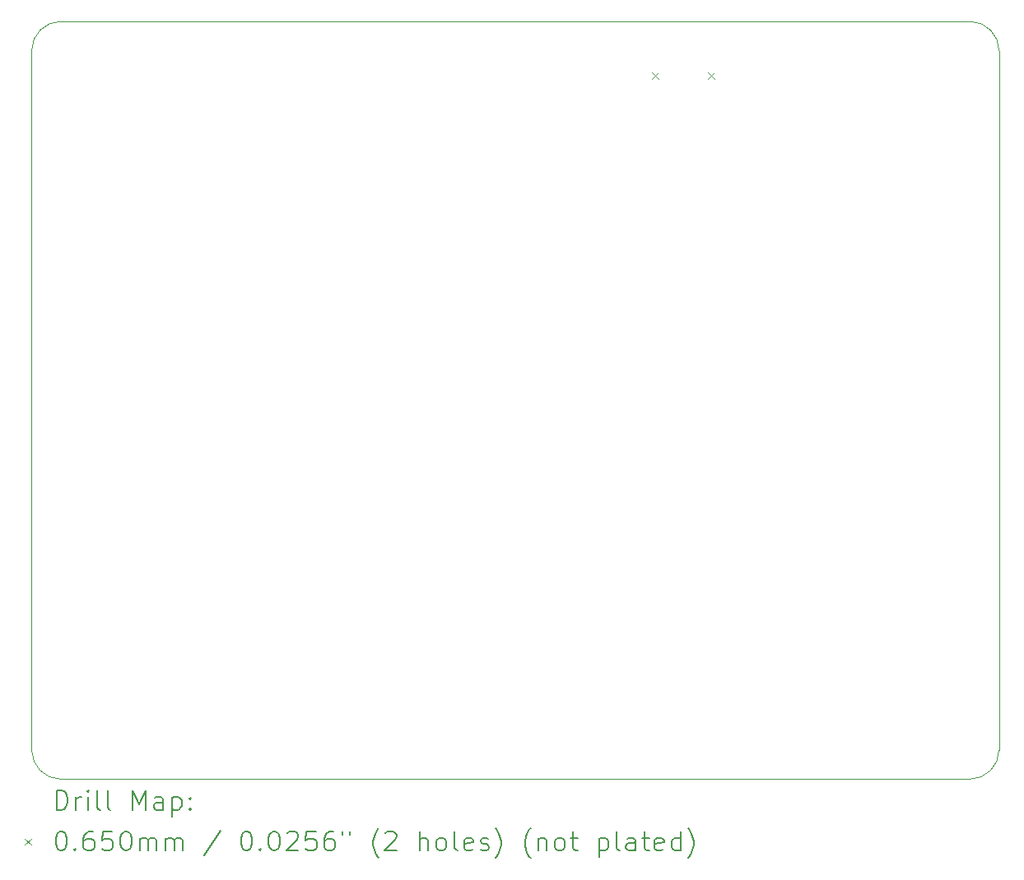
<source format=gbr>
%TF.GenerationSoftware,KiCad,Pcbnew,8.0.4-8.0.4-0~ubuntu22.04.1*%
%TF.CreationDate,2024-09-05T16:25:04-04:00*%
%TF.ProjectId,tinytapeout-demo,74696e79-7461-4706-956f-75742d64656d,2.0.1*%
%TF.SameCoordinates,PX38be5e0PY7d687e0*%
%TF.FileFunction,Drillmap*%
%TF.FilePolarity,Positive*%
%FSLAX45Y45*%
G04 Gerber Fmt 4.5, Leading zero omitted, Abs format (unit mm)*
G04 Created by KiCad (PCBNEW 8.0.4-8.0.4-0~ubuntu22.04.1) date 2024-09-05 16:25:04*
%MOMM*%
%LPD*%
G01*
G04 APERTURE LIST*
%ADD10C,0.100000*%
%ADD11C,0.200000*%
G04 APERTURE END LIST*
D10*
X15600000Y-5350000D02*
G75*
G02*
X15900000Y-5650000I0J-300000D01*
G01*
X6250000Y-5350000D02*
X15600000Y-5350000D01*
X15600000Y-13150000D02*
X6250000Y-13150000D01*
X15900000Y-5650000D02*
X15900000Y-12850000D01*
X6250000Y-13150000D02*
G75*
G02*
X5950000Y-12850000I0J300000D01*
G01*
X5950000Y-5650000D02*
G75*
G02*
X6250000Y-5350000I300000J0D01*
G01*
X5950000Y-12850000D02*
X5950000Y-5650000D01*
X15900000Y-12850000D02*
G75*
G02*
X15600000Y-13150000I-300000J0D01*
G01*
D11*
D10*
X12328500Y-5877500D02*
X12393500Y-5942500D01*
X12393500Y-5877500D02*
X12328500Y-5942500D01*
X12906500Y-5877500D02*
X12971500Y-5942500D01*
X12971500Y-5877500D02*
X12906500Y-5942500D01*
D11*
X6205777Y-13466484D02*
X6205777Y-13266484D01*
X6205777Y-13266484D02*
X6253396Y-13266484D01*
X6253396Y-13266484D02*
X6281967Y-13276008D01*
X6281967Y-13276008D02*
X6301015Y-13295055D01*
X6301015Y-13295055D02*
X6310539Y-13314103D01*
X6310539Y-13314103D02*
X6320062Y-13352198D01*
X6320062Y-13352198D02*
X6320062Y-13380769D01*
X6320062Y-13380769D02*
X6310539Y-13418865D01*
X6310539Y-13418865D02*
X6301015Y-13437912D01*
X6301015Y-13437912D02*
X6281967Y-13456960D01*
X6281967Y-13456960D02*
X6253396Y-13466484D01*
X6253396Y-13466484D02*
X6205777Y-13466484D01*
X6405777Y-13466484D02*
X6405777Y-13333150D01*
X6405777Y-13371246D02*
X6415301Y-13352198D01*
X6415301Y-13352198D02*
X6424824Y-13342674D01*
X6424824Y-13342674D02*
X6443872Y-13333150D01*
X6443872Y-13333150D02*
X6462920Y-13333150D01*
X6529586Y-13466484D02*
X6529586Y-13333150D01*
X6529586Y-13266484D02*
X6520062Y-13276008D01*
X6520062Y-13276008D02*
X6529586Y-13285531D01*
X6529586Y-13285531D02*
X6539110Y-13276008D01*
X6539110Y-13276008D02*
X6529586Y-13266484D01*
X6529586Y-13266484D02*
X6529586Y-13285531D01*
X6653396Y-13466484D02*
X6634348Y-13456960D01*
X6634348Y-13456960D02*
X6624824Y-13437912D01*
X6624824Y-13437912D02*
X6624824Y-13266484D01*
X6758158Y-13466484D02*
X6739110Y-13456960D01*
X6739110Y-13456960D02*
X6729586Y-13437912D01*
X6729586Y-13437912D02*
X6729586Y-13266484D01*
X6986729Y-13466484D02*
X6986729Y-13266484D01*
X6986729Y-13266484D02*
X7053396Y-13409341D01*
X7053396Y-13409341D02*
X7120062Y-13266484D01*
X7120062Y-13266484D02*
X7120062Y-13466484D01*
X7301015Y-13466484D02*
X7301015Y-13361722D01*
X7301015Y-13361722D02*
X7291491Y-13342674D01*
X7291491Y-13342674D02*
X7272443Y-13333150D01*
X7272443Y-13333150D02*
X7234348Y-13333150D01*
X7234348Y-13333150D02*
X7215301Y-13342674D01*
X7301015Y-13456960D02*
X7281967Y-13466484D01*
X7281967Y-13466484D02*
X7234348Y-13466484D01*
X7234348Y-13466484D02*
X7215301Y-13456960D01*
X7215301Y-13456960D02*
X7205777Y-13437912D01*
X7205777Y-13437912D02*
X7205777Y-13418865D01*
X7205777Y-13418865D02*
X7215301Y-13399817D01*
X7215301Y-13399817D02*
X7234348Y-13390293D01*
X7234348Y-13390293D02*
X7281967Y-13390293D01*
X7281967Y-13390293D02*
X7301015Y-13380769D01*
X7396253Y-13333150D02*
X7396253Y-13533150D01*
X7396253Y-13342674D02*
X7415301Y-13333150D01*
X7415301Y-13333150D02*
X7453396Y-13333150D01*
X7453396Y-13333150D02*
X7472443Y-13342674D01*
X7472443Y-13342674D02*
X7481967Y-13352198D01*
X7481967Y-13352198D02*
X7491491Y-13371246D01*
X7491491Y-13371246D02*
X7491491Y-13428388D01*
X7491491Y-13428388D02*
X7481967Y-13447436D01*
X7481967Y-13447436D02*
X7472443Y-13456960D01*
X7472443Y-13456960D02*
X7453396Y-13466484D01*
X7453396Y-13466484D02*
X7415301Y-13466484D01*
X7415301Y-13466484D02*
X7396253Y-13456960D01*
X7577205Y-13447436D02*
X7586729Y-13456960D01*
X7586729Y-13456960D02*
X7577205Y-13466484D01*
X7577205Y-13466484D02*
X7567682Y-13456960D01*
X7567682Y-13456960D02*
X7577205Y-13447436D01*
X7577205Y-13447436D02*
X7577205Y-13466484D01*
X7577205Y-13342674D02*
X7586729Y-13352198D01*
X7586729Y-13352198D02*
X7577205Y-13361722D01*
X7577205Y-13361722D02*
X7567682Y-13352198D01*
X7567682Y-13352198D02*
X7577205Y-13342674D01*
X7577205Y-13342674D02*
X7577205Y-13361722D01*
D10*
X5880000Y-13762500D02*
X5945000Y-13827500D01*
X5945000Y-13762500D02*
X5880000Y-13827500D01*
D11*
X6243872Y-13686484D02*
X6262920Y-13686484D01*
X6262920Y-13686484D02*
X6281967Y-13696008D01*
X6281967Y-13696008D02*
X6291491Y-13705531D01*
X6291491Y-13705531D02*
X6301015Y-13724579D01*
X6301015Y-13724579D02*
X6310539Y-13762674D01*
X6310539Y-13762674D02*
X6310539Y-13810293D01*
X6310539Y-13810293D02*
X6301015Y-13848388D01*
X6301015Y-13848388D02*
X6291491Y-13867436D01*
X6291491Y-13867436D02*
X6281967Y-13876960D01*
X6281967Y-13876960D02*
X6262920Y-13886484D01*
X6262920Y-13886484D02*
X6243872Y-13886484D01*
X6243872Y-13886484D02*
X6224824Y-13876960D01*
X6224824Y-13876960D02*
X6215301Y-13867436D01*
X6215301Y-13867436D02*
X6205777Y-13848388D01*
X6205777Y-13848388D02*
X6196253Y-13810293D01*
X6196253Y-13810293D02*
X6196253Y-13762674D01*
X6196253Y-13762674D02*
X6205777Y-13724579D01*
X6205777Y-13724579D02*
X6215301Y-13705531D01*
X6215301Y-13705531D02*
X6224824Y-13696008D01*
X6224824Y-13696008D02*
X6243872Y-13686484D01*
X6396253Y-13867436D02*
X6405777Y-13876960D01*
X6405777Y-13876960D02*
X6396253Y-13886484D01*
X6396253Y-13886484D02*
X6386729Y-13876960D01*
X6386729Y-13876960D02*
X6396253Y-13867436D01*
X6396253Y-13867436D02*
X6396253Y-13886484D01*
X6577205Y-13686484D02*
X6539110Y-13686484D01*
X6539110Y-13686484D02*
X6520062Y-13696008D01*
X6520062Y-13696008D02*
X6510539Y-13705531D01*
X6510539Y-13705531D02*
X6491491Y-13734103D01*
X6491491Y-13734103D02*
X6481967Y-13772198D01*
X6481967Y-13772198D02*
X6481967Y-13848388D01*
X6481967Y-13848388D02*
X6491491Y-13867436D01*
X6491491Y-13867436D02*
X6501015Y-13876960D01*
X6501015Y-13876960D02*
X6520062Y-13886484D01*
X6520062Y-13886484D02*
X6558158Y-13886484D01*
X6558158Y-13886484D02*
X6577205Y-13876960D01*
X6577205Y-13876960D02*
X6586729Y-13867436D01*
X6586729Y-13867436D02*
X6596253Y-13848388D01*
X6596253Y-13848388D02*
X6596253Y-13800769D01*
X6596253Y-13800769D02*
X6586729Y-13781722D01*
X6586729Y-13781722D02*
X6577205Y-13772198D01*
X6577205Y-13772198D02*
X6558158Y-13762674D01*
X6558158Y-13762674D02*
X6520062Y-13762674D01*
X6520062Y-13762674D02*
X6501015Y-13772198D01*
X6501015Y-13772198D02*
X6491491Y-13781722D01*
X6491491Y-13781722D02*
X6481967Y-13800769D01*
X6777205Y-13686484D02*
X6681967Y-13686484D01*
X6681967Y-13686484D02*
X6672443Y-13781722D01*
X6672443Y-13781722D02*
X6681967Y-13772198D01*
X6681967Y-13772198D02*
X6701015Y-13762674D01*
X6701015Y-13762674D02*
X6748634Y-13762674D01*
X6748634Y-13762674D02*
X6767682Y-13772198D01*
X6767682Y-13772198D02*
X6777205Y-13781722D01*
X6777205Y-13781722D02*
X6786729Y-13800769D01*
X6786729Y-13800769D02*
X6786729Y-13848388D01*
X6786729Y-13848388D02*
X6777205Y-13867436D01*
X6777205Y-13867436D02*
X6767682Y-13876960D01*
X6767682Y-13876960D02*
X6748634Y-13886484D01*
X6748634Y-13886484D02*
X6701015Y-13886484D01*
X6701015Y-13886484D02*
X6681967Y-13876960D01*
X6681967Y-13876960D02*
X6672443Y-13867436D01*
X6910539Y-13686484D02*
X6929586Y-13686484D01*
X6929586Y-13686484D02*
X6948634Y-13696008D01*
X6948634Y-13696008D02*
X6958158Y-13705531D01*
X6958158Y-13705531D02*
X6967682Y-13724579D01*
X6967682Y-13724579D02*
X6977205Y-13762674D01*
X6977205Y-13762674D02*
X6977205Y-13810293D01*
X6977205Y-13810293D02*
X6967682Y-13848388D01*
X6967682Y-13848388D02*
X6958158Y-13867436D01*
X6958158Y-13867436D02*
X6948634Y-13876960D01*
X6948634Y-13876960D02*
X6929586Y-13886484D01*
X6929586Y-13886484D02*
X6910539Y-13886484D01*
X6910539Y-13886484D02*
X6891491Y-13876960D01*
X6891491Y-13876960D02*
X6881967Y-13867436D01*
X6881967Y-13867436D02*
X6872443Y-13848388D01*
X6872443Y-13848388D02*
X6862920Y-13810293D01*
X6862920Y-13810293D02*
X6862920Y-13762674D01*
X6862920Y-13762674D02*
X6872443Y-13724579D01*
X6872443Y-13724579D02*
X6881967Y-13705531D01*
X6881967Y-13705531D02*
X6891491Y-13696008D01*
X6891491Y-13696008D02*
X6910539Y-13686484D01*
X7062920Y-13886484D02*
X7062920Y-13753150D01*
X7062920Y-13772198D02*
X7072443Y-13762674D01*
X7072443Y-13762674D02*
X7091491Y-13753150D01*
X7091491Y-13753150D02*
X7120063Y-13753150D01*
X7120063Y-13753150D02*
X7139110Y-13762674D01*
X7139110Y-13762674D02*
X7148634Y-13781722D01*
X7148634Y-13781722D02*
X7148634Y-13886484D01*
X7148634Y-13781722D02*
X7158158Y-13762674D01*
X7158158Y-13762674D02*
X7177205Y-13753150D01*
X7177205Y-13753150D02*
X7205777Y-13753150D01*
X7205777Y-13753150D02*
X7224824Y-13762674D01*
X7224824Y-13762674D02*
X7234348Y-13781722D01*
X7234348Y-13781722D02*
X7234348Y-13886484D01*
X7329586Y-13886484D02*
X7329586Y-13753150D01*
X7329586Y-13772198D02*
X7339110Y-13762674D01*
X7339110Y-13762674D02*
X7358158Y-13753150D01*
X7358158Y-13753150D02*
X7386729Y-13753150D01*
X7386729Y-13753150D02*
X7405777Y-13762674D01*
X7405777Y-13762674D02*
X7415301Y-13781722D01*
X7415301Y-13781722D02*
X7415301Y-13886484D01*
X7415301Y-13781722D02*
X7424824Y-13762674D01*
X7424824Y-13762674D02*
X7443872Y-13753150D01*
X7443872Y-13753150D02*
X7472443Y-13753150D01*
X7472443Y-13753150D02*
X7491491Y-13762674D01*
X7491491Y-13762674D02*
X7501015Y-13781722D01*
X7501015Y-13781722D02*
X7501015Y-13886484D01*
X7891491Y-13676960D02*
X7720063Y-13934103D01*
X8148634Y-13686484D02*
X8167682Y-13686484D01*
X8167682Y-13686484D02*
X8186729Y-13696008D01*
X8186729Y-13696008D02*
X8196253Y-13705531D01*
X8196253Y-13705531D02*
X8205777Y-13724579D01*
X8205777Y-13724579D02*
X8215301Y-13762674D01*
X8215301Y-13762674D02*
X8215301Y-13810293D01*
X8215301Y-13810293D02*
X8205777Y-13848388D01*
X8205777Y-13848388D02*
X8196253Y-13867436D01*
X8196253Y-13867436D02*
X8186729Y-13876960D01*
X8186729Y-13876960D02*
X8167682Y-13886484D01*
X8167682Y-13886484D02*
X8148634Y-13886484D01*
X8148634Y-13886484D02*
X8129586Y-13876960D01*
X8129586Y-13876960D02*
X8120063Y-13867436D01*
X8120063Y-13867436D02*
X8110539Y-13848388D01*
X8110539Y-13848388D02*
X8101015Y-13810293D01*
X8101015Y-13810293D02*
X8101015Y-13762674D01*
X8101015Y-13762674D02*
X8110539Y-13724579D01*
X8110539Y-13724579D02*
X8120063Y-13705531D01*
X8120063Y-13705531D02*
X8129586Y-13696008D01*
X8129586Y-13696008D02*
X8148634Y-13686484D01*
X8301015Y-13867436D02*
X8310539Y-13876960D01*
X8310539Y-13876960D02*
X8301015Y-13886484D01*
X8301015Y-13886484D02*
X8291491Y-13876960D01*
X8291491Y-13876960D02*
X8301015Y-13867436D01*
X8301015Y-13867436D02*
X8301015Y-13886484D01*
X8434348Y-13686484D02*
X8453396Y-13686484D01*
X8453396Y-13686484D02*
X8472444Y-13696008D01*
X8472444Y-13696008D02*
X8481968Y-13705531D01*
X8481968Y-13705531D02*
X8491491Y-13724579D01*
X8491491Y-13724579D02*
X8501015Y-13762674D01*
X8501015Y-13762674D02*
X8501015Y-13810293D01*
X8501015Y-13810293D02*
X8491491Y-13848388D01*
X8491491Y-13848388D02*
X8481968Y-13867436D01*
X8481968Y-13867436D02*
X8472444Y-13876960D01*
X8472444Y-13876960D02*
X8453396Y-13886484D01*
X8453396Y-13886484D02*
X8434348Y-13886484D01*
X8434348Y-13886484D02*
X8415301Y-13876960D01*
X8415301Y-13876960D02*
X8405777Y-13867436D01*
X8405777Y-13867436D02*
X8396253Y-13848388D01*
X8396253Y-13848388D02*
X8386729Y-13810293D01*
X8386729Y-13810293D02*
X8386729Y-13762674D01*
X8386729Y-13762674D02*
X8396253Y-13724579D01*
X8396253Y-13724579D02*
X8405777Y-13705531D01*
X8405777Y-13705531D02*
X8415301Y-13696008D01*
X8415301Y-13696008D02*
X8434348Y-13686484D01*
X8577206Y-13705531D02*
X8586729Y-13696008D01*
X8586729Y-13696008D02*
X8605777Y-13686484D01*
X8605777Y-13686484D02*
X8653396Y-13686484D01*
X8653396Y-13686484D02*
X8672444Y-13696008D01*
X8672444Y-13696008D02*
X8681968Y-13705531D01*
X8681968Y-13705531D02*
X8691491Y-13724579D01*
X8691491Y-13724579D02*
X8691491Y-13743627D01*
X8691491Y-13743627D02*
X8681968Y-13772198D01*
X8681968Y-13772198D02*
X8567682Y-13886484D01*
X8567682Y-13886484D02*
X8691491Y-13886484D01*
X8872444Y-13686484D02*
X8777206Y-13686484D01*
X8777206Y-13686484D02*
X8767682Y-13781722D01*
X8767682Y-13781722D02*
X8777206Y-13772198D01*
X8777206Y-13772198D02*
X8796253Y-13762674D01*
X8796253Y-13762674D02*
X8843872Y-13762674D01*
X8843872Y-13762674D02*
X8862920Y-13772198D01*
X8862920Y-13772198D02*
X8872444Y-13781722D01*
X8872444Y-13781722D02*
X8881968Y-13800769D01*
X8881968Y-13800769D02*
X8881968Y-13848388D01*
X8881968Y-13848388D02*
X8872444Y-13867436D01*
X8872444Y-13867436D02*
X8862920Y-13876960D01*
X8862920Y-13876960D02*
X8843872Y-13886484D01*
X8843872Y-13886484D02*
X8796253Y-13886484D01*
X8796253Y-13886484D02*
X8777206Y-13876960D01*
X8777206Y-13876960D02*
X8767682Y-13867436D01*
X9053396Y-13686484D02*
X9015301Y-13686484D01*
X9015301Y-13686484D02*
X8996253Y-13696008D01*
X8996253Y-13696008D02*
X8986729Y-13705531D01*
X8986729Y-13705531D02*
X8967682Y-13734103D01*
X8967682Y-13734103D02*
X8958158Y-13772198D01*
X8958158Y-13772198D02*
X8958158Y-13848388D01*
X8958158Y-13848388D02*
X8967682Y-13867436D01*
X8967682Y-13867436D02*
X8977206Y-13876960D01*
X8977206Y-13876960D02*
X8996253Y-13886484D01*
X8996253Y-13886484D02*
X9034349Y-13886484D01*
X9034349Y-13886484D02*
X9053396Y-13876960D01*
X9053396Y-13876960D02*
X9062920Y-13867436D01*
X9062920Y-13867436D02*
X9072444Y-13848388D01*
X9072444Y-13848388D02*
X9072444Y-13800769D01*
X9072444Y-13800769D02*
X9062920Y-13781722D01*
X9062920Y-13781722D02*
X9053396Y-13772198D01*
X9053396Y-13772198D02*
X9034349Y-13762674D01*
X9034349Y-13762674D02*
X8996253Y-13762674D01*
X8996253Y-13762674D02*
X8977206Y-13772198D01*
X8977206Y-13772198D02*
X8967682Y-13781722D01*
X8967682Y-13781722D02*
X8958158Y-13800769D01*
X9148634Y-13686484D02*
X9148634Y-13724579D01*
X9224825Y-13686484D02*
X9224825Y-13724579D01*
X9520063Y-13962674D02*
X9510539Y-13953150D01*
X9510539Y-13953150D02*
X9491491Y-13924579D01*
X9491491Y-13924579D02*
X9481968Y-13905531D01*
X9481968Y-13905531D02*
X9472444Y-13876960D01*
X9472444Y-13876960D02*
X9462920Y-13829341D01*
X9462920Y-13829341D02*
X9462920Y-13791246D01*
X9462920Y-13791246D02*
X9472444Y-13743627D01*
X9472444Y-13743627D02*
X9481968Y-13715055D01*
X9481968Y-13715055D02*
X9491491Y-13696008D01*
X9491491Y-13696008D02*
X9510539Y-13667436D01*
X9510539Y-13667436D02*
X9520063Y-13657912D01*
X9586730Y-13705531D02*
X9596253Y-13696008D01*
X9596253Y-13696008D02*
X9615301Y-13686484D01*
X9615301Y-13686484D02*
X9662920Y-13686484D01*
X9662920Y-13686484D02*
X9681968Y-13696008D01*
X9681968Y-13696008D02*
X9691491Y-13705531D01*
X9691491Y-13705531D02*
X9701015Y-13724579D01*
X9701015Y-13724579D02*
X9701015Y-13743627D01*
X9701015Y-13743627D02*
X9691491Y-13772198D01*
X9691491Y-13772198D02*
X9577206Y-13886484D01*
X9577206Y-13886484D02*
X9701015Y-13886484D01*
X9939111Y-13886484D02*
X9939111Y-13686484D01*
X10024825Y-13886484D02*
X10024825Y-13781722D01*
X10024825Y-13781722D02*
X10015301Y-13762674D01*
X10015301Y-13762674D02*
X9996253Y-13753150D01*
X9996253Y-13753150D02*
X9967682Y-13753150D01*
X9967682Y-13753150D02*
X9948634Y-13762674D01*
X9948634Y-13762674D02*
X9939111Y-13772198D01*
X10148634Y-13886484D02*
X10129587Y-13876960D01*
X10129587Y-13876960D02*
X10120063Y-13867436D01*
X10120063Y-13867436D02*
X10110539Y-13848388D01*
X10110539Y-13848388D02*
X10110539Y-13791246D01*
X10110539Y-13791246D02*
X10120063Y-13772198D01*
X10120063Y-13772198D02*
X10129587Y-13762674D01*
X10129587Y-13762674D02*
X10148634Y-13753150D01*
X10148634Y-13753150D02*
X10177206Y-13753150D01*
X10177206Y-13753150D02*
X10196253Y-13762674D01*
X10196253Y-13762674D02*
X10205777Y-13772198D01*
X10205777Y-13772198D02*
X10215301Y-13791246D01*
X10215301Y-13791246D02*
X10215301Y-13848388D01*
X10215301Y-13848388D02*
X10205777Y-13867436D01*
X10205777Y-13867436D02*
X10196253Y-13876960D01*
X10196253Y-13876960D02*
X10177206Y-13886484D01*
X10177206Y-13886484D02*
X10148634Y-13886484D01*
X10329587Y-13886484D02*
X10310539Y-13876960D01*
X10310539Y-13876960D02*
X10301015Y-13857912D01*
X10301015Y-13857912D02*
X10301015Y-13686484D01*
X10481968Y-13876960D02*
X10462920Y-13886484D01*
X10462920Y-13886484D02*
X10424825Y-13886484D01*
X10424825Y-13886484D02*
X10405777Y-13876960D01*
X10405777Y-13876960D02*
X10396253Y-13857912D01*
X10396253Y-13857912D02*
X10396253Y-13781722D01*
X10396253Y-13781722D02*
X10405777Y-13762674D01*
X10405777Y-13762674D02*
X10424825Y-13753150D01*
X10424825Y-13753150D02*
X10462920Y-13753150D01*
X10462920Y-13753150D02*
X10481968Y-13762674D01*
X10481968Y-13762674D02*
X10491492Y-13781722D01*
X10491492Y-13781722D02*
X10491492Y-13800769D01*
X10491492Y-13800769D02*
X10396253Y-13819817D01*
X10567682Y-13876960D02*
X10586730Y-13886484D01*
X10586730Y-13886484D02*
X10624825Y-13886484D01*
X10624825Y-13886484D02*
X10643873Y-13876960D01*
X10643873Y-13876960D02*
X10653396Y-13857912D01*
X10653396Y-13857912D02*
X10653396Y-13848388D01*
X10653396Y-13848388D02*
X10643873Y-13829341D01*
X10643873Y-13829341D02*
X10624825Y-13819817D01*
X10624825Y-13819817D02*
X10596253Y-13819817D01*
X10596253Y-13819817D02*
X10577206Y-13810293D01*
X10577206Y-13810293D02*
X10567682Y-13791246D01*
X10567682Y-13791246D02*
X10567682Y-13781722D01*
X10567682Y-13781722D02*
X10577206Y-13762674D01*
X10577206Y-13762674D02*
X10596253Y-13753150D01*
X10596253Y-13753150D02*
X10624825Y-13753150D01*
X10624825Y-13753150D02*
X10643873Y-13762674D01*
X10720063Y-13962674D02*
X10729587Y-13953150D01*
X10729587Y-13953150D02*
X10748634Y-13924579D01*
X10748634Y-13924579D02*
X10758158Y-13905531D01*
X10758158Y-13905531D02*
X10767682Y-13876960D01*
X10767682Y-13876960D02*
X10777206Y-13829341D01*
X10777206Y-13829341D02*
X10777206Y-13791246D01*
X10777206Y-13791246D02*
X10767682Y-13743627D01*
X10767682Y-13743627D02*
X10758158Y-13715055D01*
X10758158Y-13715055D02*
X10748634Y-13696008D01*
X10748634Y-13696008D02*
X10729587Y-13667436D01*
X10729587Y-13667436D02*
X10720063Y-13657912D01*
X11081968Y-13962674D02*
X11072444Y-13953150D01*
X11072444Y-13953150D02*
X11053396Y-13924579D01*
X11053396Y-13924579D02*
X11043873Y-13905531D01*
X11043873Y-13905531D02*
X11034349Y-13876960D01*
X11034349Y-13876960D02*
X11024825Y-13829341D01*
X11024825Y-13829341D02*
X11024825Y-13791246D01*
X11024825Y-13791246D02*
X11034349Y-13743627D01*
X11034349Y-13743627D02*
X11043873Y-13715055D01*
X11043873Y-13715055D02*
X11053396Y-13696008D01*
X11053396Y-13696008D02*
X11072444Y-13667436D01*
X11072444Y-13667436D02*
X11081968Y-13657912D01*
X11158158Y-13753150D02*
X11158158Y-13886484D01*
X11158158Y-13772198D02*
X11167682Y-13762674D01*
X11167682Y-13762674D02*
X11186730Y-13753150D01*
X11186730Y-13753150D02*
X11215301Y-13753150D01*
X11215301Y-13753150D02*
X11234349Y-13762674D01*
X11234349Y-13762674D02*
X11243872Y-13781722D01*
X11243872Y-13781722D02*
X11243872Y-13886484D01*
X11367682Y-13886484D02*
X11348634Y-13876960D01*
X11348634Y-13876960D02*
X11339111Y-13867436D01*
X11339111Y-13867436D02*
X11329587Y-13848388D01*
X11329587Y-13848388D02*
X11329587Y-13791246D01*
X11329587Y-13791246D02*
X11339111Y-13772198D01*
X11339111Y-13772198D02*
X11348634Y-13762674D01*
X11348634Y-13762674D02*
X11367682Y-13753150D01*
X11367682Y-13753150D02*
X11396253Y-13753150D01*
X11396253Y-13753150D02*
X11415301Y-13762674D01*
X11415301Y-13762674D02*
X11424825Y-13772198D01*
X11424825Y-13772198D02*
X11434349Y-13791246D01*
X11434349Y-13791246D02*
X11434349Y-13848388D01*
X11434349Y-13848388D02*
X11424825Y-13867436D01*
X11424825Y-13867436D02*
X11415301Y-13876960D01*
X11415301Y-13876960D02*
X11396253Y-13886484D01*
X11396253Y-13886484D02*
X11367682Y-13886484D01*
X11491492Y-13753150D02*
X11567682Y-13753150D01*
X11520063Y-13686484D02*
X11520063Y-13857912D01*
X11520063Y-13857912D02*
X11529587Y-13876960D01*
X11529587Y-13876960D02*
X11548634Y-13886484D01*
X11548634Y-13886484D02*
X11567682Y-13886484D01*
X11786730Y-13753150D02*
X11786730Y-13953150D01*
X11786730Y-13762674D02*
X11805777Y-13753150D01*
X11805777Y-13753150D02*
X11843873Y-13753150D01*
X11843873Y-13753150D02*
X11862920Y-13762674D01*
X11862920Y-13762674D02*
X11872444Y-13772198D01*
X11872444Y-13772198D02*
X11881968Y-13791246D01*
X11881968Y-13791246D02*
X11881968Y-13848388D01*
X11881968Y-13848388D02*
X11872444Y-13867436D01*
X11872444Y-13867436D02*
X11862920Y-13876960D01*
X11862920Y-13876960D02*
X11843873Y-13886484D01*
X11843873Y-13886484D02*
X11805777Y-13886484D01*
X11805777Y-13886484D02*
X11786730Y-13876960D01*
X11996253Y-13886484D02*
X11977206Y-13876960D01*
X11977206Y-13876960D02*
X11967682Y-13857912D01*
X11967682Y-13857912D02*
X11967682Y-13686484D01*
X12158158Y-13886484D02*
X12158158Y-13781722D01*
X12158158Y-13781722D02*
X12148634Y-13762674D01*
X12148634Y-13762674D02*
X12129587Y-13753150D01*
X12129587Y-13753150D02*
X12091492Y-13753150D01*
X12091492Y-13753150D02*
X12072444Y-13762674D01*
X12158158Y-13876960D02*
X12139111Y-13886484D01*
X12139111Y-13886484D02*
X12091492Y-13886484D01*
X12091492Y-13886484D02*
X12072444Y-13876960D01*
X12072444Y-13876960D02*
X12062920Y-13857912D01*
X12062920Y-13857912D02*
X12062920Y-13838865D01*
X12062920Y-13838865D02*
X12072444Y-13819817D01*
X12072444Y-13819817D02*
X12091492Y-13810293D01*
X12091492Y-13810293D02*
X12139111Y-13810293D01*
X12139111Y-13810293D02*
X12158158Y-13800769D01*
X12224825Y-13753150D02*
X12301015Y-13753150D01*
X12253396Y-13686484D02*
X12253396Y-13857912D01*
X12253396Y-13857912D02*
X12262920Y-13876960D01*
X12262920Y-13876960D02*
X12281968Y-13886484D01*
X12281968Y-13886484D02*
X12301015Y-13886484D01*
X12443873Y-13876960D02*
X12424825Y-13886484D01*
X12424825Y-13886484D02*
X12386730Y-13886484D01*
X12386730Y-13886484D02*
X12367682Y-13876960D01*
X12367682Y-13876960D02*
X12358158Y-13857912D01*
X12358158Y-13857912D02*
X12358158Y-13781722D01*
X12358158Y-13781722D02*
X12367682Y-13762674D01*
X12367682Y-13762674D02*
X12386730Y-13753150D01*
X12386730Y-13753150D02*
X12424825Y-13753150D01*
X12424825Y-13753150D02*
X12443873Y-13762674D01*
X12443873Y-13762674D02*
X12453396Y-13781722D01*
X12453396Y-13781722D02*
X12453396Y-13800769D01*
X12453396Y-13800769D02*
X12358158Y-13819817D01*
X12624825Y-13886484D02*
X12624825Y-13686484D01*
X12624825Y-13876960D02*
X12605777Y-13886484D01*
X12605777Y-13886484D02*
X12567682Y-13886484D01*
X12567682Y-13886484D02*
X12548634Y-13876960D01*
X12548634Y-13876960D02*
X12539111Y-13867436D01*
X12539111Y-13867436D02*
X12529587Y-13848388D01*
X12529587Y-13848388D02*
X12529587Y-13791246D01*
X12529587Y-13791246D02*
X12539111Y-13772198D01*
X12539111Y-13772198D02*
X12548634Y-13762674D01*
X12548634Y-13762674D02*
X12567682Y-13753150D01*
X12567682Y-13753150D02*
X12605777Y-13753150D01*
X12605777Y-13753150D02*
X12624825Y-13762674D01*
X12701015Y-13962674D02*
X12710539Y-13953150D01*
X12710539Y-13953150D02*
X12729587Y-13924579D01*
X12729587Y-13924579D02*
X12739111Y-13905531D01*
X12739111Y-13905531D02*
X12748634Y-13876960D01*
X12748634Y-13876960D02*
X12758158Y-13829341D01*
X12758158Y-13829341D02*
X12758158Y-13791246D01*
X12758158Y-13791246D02*
X12748634Y-13743627D01*
X12748634Y-13743627D02*
X12739111Y-13715055D01*
X12739111Y-13715055D02*
X12729587Y-13696008D01*
X12729587Y-13696008D02*
X12710539Y-13667436D01*
X12710539Y-13667436D02*
X12701015Y-13657912D01*
M02*

</source>
